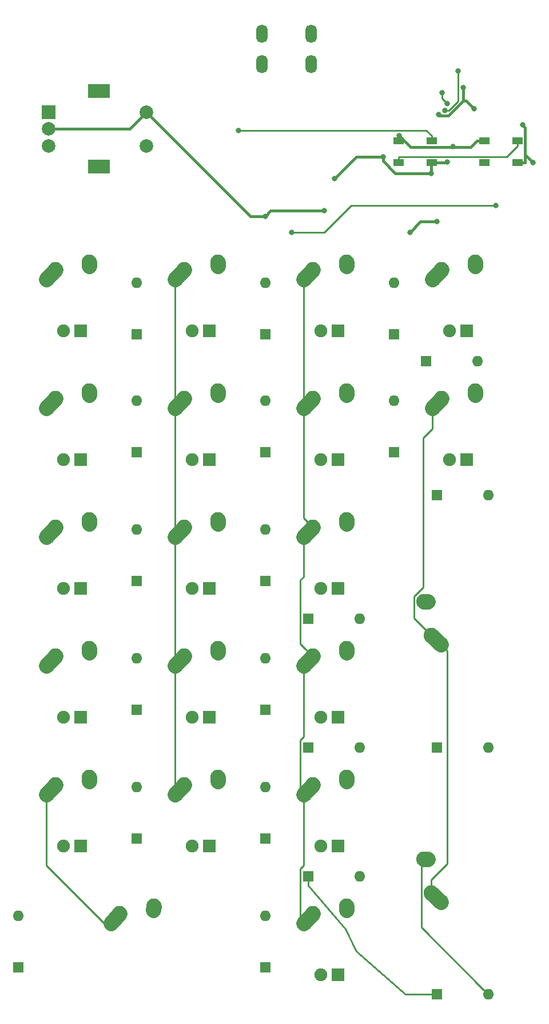
<source format=gtl>
G04 #@! TF.GenerationSoftware,KiCad,Pcbnew,5.1.5-52549c5~84~ubuntu18.04.1*
G04 #@! TF.CreationDate,2020-02-13T16:35:18-05:00*
G04 #@! TF.ProjectId,metropolislefty,6d657472-6f70-46f6-9c69-736c65667479,0*
G04 #@! TF.SameCoordinates,Original*
G04 #@! TF.FileFunction,Copper,L1,Top*
G04 #@! TF.FilePolarity,Positive*
%FSLAX46Y46*%
G04 Gerber Fmt 4.6, Leading zero omitted, Abs format (unit mm)*
G04 Created by KiCad (PCBNEW 5.1.5-52549c5~84~ubuntu18.04.1) date 2020-02-13 16:35:18*
%MOMM*%
%LPD*%
G04 APERTURE LIST*
%ADD10C,2.250000*%
%ADD11C,2.250000*%
%ADD12R,1.500000X1.000000*%
%ADD13O,1.700000X2.700000*%
%ADD14R,2.000000X2.000000*%
%ADD15C,2.000000*%
%ADD16R,3.200000X2.000000*%
%ADD17C,1.905000*%
%ADD18R,1.905000X1.905000*%
%ADD19R,1.600000X1.600000*%
%ADD20O,1.600000X1.600000*%
%ADD21C,0.800000*%
%ADD22C,0.381000*%
%ADD23C,0.254000*%
G04 APERTURE END LIST*
D10*
X71477500Y-168561250D03*
D11*
X70167500Y-170021250D02*
X71477502Y-168561250D01*
D10*
X76517500Y-167481250D03*
D11*
X76477500Y-168061250D02*
X76517500Y-167481250D01*
D10*
X117602500Y-165536250D03*
D11*
X119062500Y-166846250D02*
X117602500Y-165536248D01*
D10*
X116522500Y-160496250D03*
D11*
X117102500Y-160536250D02*
X116522500Y-160496250D01*
D10*
X117602500Y-127436250D03*
D11*
X119062500Y-128746250D02*
X117602500Y-127436248D01*
D10*
X116522500Y-122396250D03*
D11*
X117102500Y-122436250D02*
X116522500Y-122396250D01*
D12*
X125502500Y-54280000D03*
X125502500Y-57480000D03*
X130402500Y-54280000D03*
X130402500Y-57480000D03*
D13*
X92552500Y-38417500D03*
X99852500Y-38417500D03*
X99852500Y-42917500D03*
X92552500Y-42917500D03*
D14*
X60960000Y-50006250D03*
D15*
X60960000Y-52506250D03*
X60960000Y-55006250D03*
D16*
X68460000Y-46906250D03*
X68460000Y-58106250D03*
D15*
X75460000Y-50006250D03*
X75460000Y-55006250D03*
D12*
X112802500Y-54280000D03*
X112802500Y-57480000D03*
X117702500Y-54280000D03*
X117702500Y-57480000D03*
D11*
X124102500Y-91861250D02*
X124142500Y-91281250D01*
D10*
X124142500Y-91281250D03*
D11*
X117792500Y-93821250D02*
X119102502Y-92361250D01*
D10*
X119102500Y-92361250D03*
D17*
X120332500Y-101441250D03*
D18*
X122872500Y-101441250D03*
D11*
X124102500Y-72811250D02*
X124142500Y-72231250D01*
D10*
X124142500Y-72231250D03*
D11*
X117792500Y-74771250D02*
X119102502Y-73311250D01*
D10*
X119102500Y-73311250D03*
D17*
X120332500Y-82391250D03*
D18*
X122872500Y-82391250D03*
D11*
X105052500Y-168061250D02*
X105092500Y-167481250D01*
D10*
X105092500Y-167481250D03*
D11*
X98742500Y-170021250D02*
X100052502Y-168561250D01*
D10*
X100052500Y-168561250D03*
D17*
X101282500Y-177641250D03*
D18*
X103822500Y-177641250D03*
D11*
X105052500Y-149011250D02*
X105092500Y-148431250D01*
D10*
X105092500Y-148431250D03*
D11*
X98742500Y-150971250D02*
X100052502Y-149511250D01*
D10*
X100052500Y-149511250D03*
D17*
X101282500Y-158591250D03*
D18*
X103822500Y-158591250D03*
D11*
X105052500Y-129961250D02*
X105092500Y-129381250D01*
D10*
X105092500Y-129381250D03*
D11*
X98742500Y-131921250D02*
X100052502Y-130461250D01*
D10*
X100052500Y-130461250D03*
D17*
X101282500Y-139541250D03*
D18*
X103822500Y-139541250D03*
D11*
X105052500Y-110911250D02*
X105092500Y-110331250D01*
D10*
X105092500Y-110331250D03*
D11*
X98742500Y-112871250D02*
X100052502Y-111411250D01*
D10*
X100052500Y-111411250D03*
D17*
X101282500Y-120491250D03*
D18*
X103822500Y-120491250D03*
D11*
X105052500Y-91861250D02*
X105092500Y-91281250D01*
D10*
X105092500Y-91281250D03*
D11*
X98742500Y-93821250D02*
X100052502Y-92361250D01*
D10*
X100052500Y-92361250D03*
D17*
X101282500Y-101441250D03*
D18*
X103822500Y-101441250D03*
D11*
X105052500Y-72811250D02*
X105092500Y-72231250D01*
D10*
X105092500Y-72231250D03*
D11*
X98742500Y-74771250D02*
X100052502Y-73311250D01*
D10*
X100052500Y-73311250D03*
D17*
X101282500Y-82391250D03*
D18*
X103822500Y-82391250D03*
D11*
X86002500Y-149011250D02*
X86042500Y-148431250D01*
D10*
X86042500Y-148431250D03*
D11*
X79692500Y-150971250D02*
X81002502Y-149511250D01*
D10*
X81002500Y-149511250D03*
D17*
X82232500Y-158591250D03*
D18*
X84772500Y-158591250D03*
D11*
X86002500Y-129961250D02*
X86042500Y-129381250D01*
D10*
X86042500Y-129381250D03*
D11*
X79692500Y-131921250D02*
X81002502Y-130461250D01*
D10*
X81002500Y-130461250D03*
D17*
X82232500Y-139541250D03*
D18*
X84772500Y-139541250D03*
D11*
X86002500Y-110911250D02*
X86042500Y-110331250D01*
D10*
X86042500Y-110331250D03*
D11*
X79692500Y-112871250D02*
X81002502Y-111411250D01*
D10*
X81002500Y-111411250D03*
D17*
X82232500Y-120491250D03*
D18*
X84772500Y-120491250D03*
D11*
X86002500Y-91861250D02*
X86042500Y-91281250D01*
D10*
X86042500Y-91281250D03*
D11*
X79692500Y-93821250D02*
X81002502Y-92361250D01*
D10*
X81002500Y-92361250D03*
D17*
X82232500Y-101441250D03*
D18*
X84772500Y-101441250D03*
D11*
X86002500Y-72811250D02*
X86042500Y-72231250D01*
D10*
X86042500Y-72231250D03*
D11*
X79692500Y-74771250D02*
X81002502Y-73311250D01*
D10*
X81002500Y-73311250D03*
D17*
X82232500Y-82391250D03*
D18*
X84772500Y-82391250D03*
D11*
X66952500Y-149011250D02*
X66992500Y-148431250D01*
D10*
X66992500Y-148431250D03*
D11*
X60642500Y-150971250D02*
X61952502Y-149511250D01*
D10*
X61952500Y-149511250D03*
D17*
X63182500Y-158591250D03*
D18*
X65722500Y-158591250D03*
D11*
X66952500Y-129961250D02*
X66992500Y-129381250D01*
D10*
X66992500Y-129381250D03*
D11*
X60642500Y-131921250D02*
X61952502Y-130461250D01*
D10*
X61952500Y-130461250D03*
D17*
X63182500Y-139541250D03*
D18*
X65722500Y-139541250D03*
D11*
X66952500Y-110911250D02*
X66992500Y-110331250D01*
D10*
X66992500Y-110331250D03*
D11*
X60642500Y-112871250D02*
X61952502Y-111411250D01*
D10*
X61952500Y-111411250D03*
D17*
X63182500Y-120491250D03*
D18*
X65722500Y-120491250D03*
D11*
X66952500Y-91861250D02*
X66992500Y-91281250D01*
D10*
X66992500Y-91281250D03*
D11*
X60642500Y-93821250D02*
X61952502Y-92361250D01*
D10*
X61952500Y-92361250D03*
D17*
X63182500Y-101441250D03*
D18*
X65722500Y-101441250D03*
D11*
X66952500Y-72811250D02*
X66992500Y-72231250D01*
D10*
X66992500Y-72231250D03*
D11*
X60642500Y-74771250D02*
X61952502Y-73311250D01*
D10*
X61952500Y-73311250D03*
D17*
X63182500Y-82391250D03*
D18*
X65722500Y-82391250D03*
D19*
X118427500Y-180498750D03*
D20*
X126047500Y-180498750D03*
D19*
X118427500Y-143986250D03*
D20*
X126047500Y-143986250D03*
D19*
X118427500Y-106680000D03*
D20*
X126047500Y-106680000D03*
D19*
X116840000Y-86836250D03*
D20*
X124460000Y-86836250D03*
D19*
X93027500Y-176530000D03*
D20*
X93027500Y-168910000D03*
D19*
X99377500Y-163036250D03*
D20*
X106997500Y-163036250D03*
D19*
X99377500Y-143986250D03*
D20*
X106997500Y-143986250D03*
D19*
X99377500Y-124936250D03*
D20*
X106997500Y-124936250D03*
D19*
X112077500Y-100330000D03*
D20*
X112077500Y-92710000D03*
D19*
X112077500Y-82867500D03*
D20*
X112077500Y-75247500D03*
D19*
X93027500Y-157480000D03*
D20*
X93027500Y-149860000D03*
D19*
X93027500Y-138430000D03*
D20*
X93027500Y-130810000D03*
D19*
X93027500Y-119380000D03*
D20*
X93027500Y-111760000D03*
D19*
X93027500Y-100330000D03*
D20*
X93027500Y-92710000D03*
D19*
X93027500Y-82867500D03*
D20*
X93027500Y-75247500D03*
D19*
X56515000Y-176530000D03*
D20*
X56515000Y-168910000D03*
D19*
X73977500Y-157480000D03*
D20*
X73977500Y-149860000D03*
D19*
X73977500Y-138430000D03*
D20*
X73977500Y-130810000D03*
D19*
X73977500Y-119380000D03*
D20*
X73977500Y-111760000D03*
D19*
X73977500Y-100330000D03*
D20*
X73977500Y-92710000D03*
D19*
X73977500Y-82867500D03*
D20*
X73977500Y-75247500D03*
D21*
X103346250Y-59848750D03*
X110490000Y-56673750D03*
X118710250Y-50382963D03*
X123983750Y-49530000D03*
X117633750Y-59055000D03*
X120015000Y-57379999D03*
X101758750Y-64611250D03*
X93027500Y-65405000D03*
X131127500Y-51911250D03*
X132715000Y-57467500D03*
X122396250Y-46355000D03*
X112871250Y-53498750D03*
X118427500Y-66198750D03*
X114458750Y-67786250D03*
X120808750Y-55086250D03*
X119221250Y-47148750D03*
X120015000Y-48768249D03*
X119687999Y-49768252D03*
X121602500Y-43973750D03*
X89058750Y-52705000D03*
X127158750Y-63817500D03*
X96996250Y-67786250D03*
D22*
X103346250Y-59848750D02*
X106521250Y-56673750D01*
X106521250Y-56673750D02*
X110490000Y-56673750D01*
X118886040Y-50558753D02*
X118710250Y-50382963D01*
X120195052Y-50558753D02*
X118886040Y-50558753D01*
X122396250Y-47148750D02*
X122396250Y-48357555D01*
X122396250Y-48357555D02*
X120195052Y-50558753D01*
X122811305Y-48357555D02*
X122396250Y-48357555D01*
X123983750Y-49530000D02*
X122811305Y-48357555D01*
X117633750Y-57548750D02*
X117702500Y-57480000D01*
X117633750Y-59055000D02*
X117633750Y-57548750D01*
X117068065Y-59055000D02*
X117633750Y-59055000D01*
X112305565Y-59055000D02*
X117068065Y-59055000D01*
X110490000Y-57239435D02*
X112305565Y-59055000D01*
X110490000Y-56673750D02*
X110490000Y-57239435D01*
X117702500Y-57480000D02*
X119914999Y-57480000D01*
X119914999Y-57480000D02*
X120015000Y-57379999D01*
X101758750Y-64611250D02*
X93821250Y-64611250D01*
X93821250Y-64611250D02*
X93027500Y-65405000D01*
X131543001Y-52326751D02*
X131127500Y-51911250D01*
X130402500Y-57480000D02*
X131533500Y-57480000D01*
X131533500Y-57480000D02*
X131543001Y-57470499D01*
X131543001Y-56295501D02*
X132715000Y-57467500D01*
X131543001Y-56295501D02*
X131543001Y-52326751D01*
X131543001Y-57470499D02*
X131543001Y-56295501D01*
X122396250Y-47148750D02*
X122396250Y-46355000D01*
X92461815Y-65405000D02*
X93027500Y-65405000D01*
X90858750Y-65405000D02*
X75460000Y-50006250D01*
X93027500Y-65405000D02*
X90858750Y-65405000D01*
X72960000Y-52506250D02*
X75460000Y-50006250D01*
X60960000Y-52506250D02*
X72960000Y-52506250D01*
X112871250Y-54211250D02*
X112802500Y-54280000D01*
X112871250Y-53498750D02*
X112871250Y-54211250D01*
X118427500Y-66198750D02*
X116046250Y-66198750D01*
X116046250Y-66198750D02*
X114458750Y-67786250D01*
X113271249Y-53898749D02*
X112871250Y-53498750D01*
X114543001Y-55170501D02*
X113271249Y-53898749D01*
X123480999Y-55170501D02*
X114543001Y-55170501D01*
X124371500Y-54280000D02*
X123480999Y-55170501D01*
X125502500Y-54280000D02*
X124371500Y-54280000D01*
D23*
X119221250Y-47148750D02*
X119221250Y-47974499D01*
X119221250Y-47974499D02*
X120015000Y-48768249D01*
X121602500Y-48419436D02*
X121602500Y-43973750D01*
X119687999Y-49768252D02*
X120253684Y-49768252D01*
X120253684Y-49768252D02*
X121602500Y-48419436D01*
X60642500Y-161439768D02*
X60642500Y-150971250D01*
X69223982Y-170021250D02*
X60642500Y-161439768D01*
X70167500Y-170021250D02*
X69223982Y-170021250D01*
X79692500Y-150971250D02*
X79692500Y-131921250D01*
X79692500Y-131921250D02*
X79692500Y-112871250D01*
X79692500Y-102087588D02*
X79692500Y-93821250D01*
X79692500Y-112871250D02*
X79692500Y-102087588D01*
X79692500Y-93821250D02*
X79692500Y-74771250D01*
X117373500Y-180498750D02*
X118427500Y-180498750D01*
X113791038Y-180498750D02*
X117373500Y-180498750D01*
X106521250Y-174148750D02*
X113791038Y-180498750D01*
X104933750Y-170881592D02*
X106521250Y-174148750D01*
X99377500Y-163036250D02*
X99377500Y-164439434D01*
X99377500Y-164439434D02*
X104933750Y-170881592D01*
X125247501Y-179698751D02*
X126047500Y-180498750D01*
X116150499Y-170601749D02*
X125247501Y-179698751D01*
X116150499Y-161488251D02*
X116150499Y-170601749D01*
X117102500Y-160536250D02*
X116150499Y-161488251D01*
X112875501Y-56652999D02*
X112802500Y-56726000D01*
X128783501Y-56652999D02*
X112875501Y-56652999D01*
X112802500Y-56726000D02*
X112802500Y-57480000D01*
X130402500Y-55034000D02*
X128783501Y-56652999D01*
X130402500Y-54280000D02*
X130402500Y-55034000D01*
X117702500Y-53526000D02*
X117702500Y-54280000D01*
X116881500Y-52705000D02*
X117702500Y-53526000D01*
X89058750Y-52705000D02*
X116881500Y-52705000D01*
X98742500Y-91051250D02*
X98742500Y-93821250D01*
X98742500Y-74771250D02*
X98742500Y-91051250D01*
X98742500Y-110101250D02*
X100052500Y-111411250D01*
X98742500Y-93821250D02*
X98742500Y-110101250D01*
X98927501Y-129336251D02*
X100052500Y-130461250D01*
X98250499Y-128659249D02*
X98927501Y-129336251D01*
X98250499Y-119237001D02*
X98250499Y-128659249D01*
X98742500Y-118745000D02*
X98250499Y-119237001D01*
X98742500Y-112871250D02*
X98742500Y-118745000D01*
X98250499Y-150479249D02*
X98742500Y-150971250D01*
X98250499Y-142924649D02*
X98250499Y-150479249D01*
X98742500Y-142432648D02*
X98250499Y-142924649D01*
X98742500Y-131921250D02*
X98742500Y-142432648D01*
X98250499Y-169529249D02*
X98742500Y-170021250D01*
X98250499Y-161974649D02*
X98250499Y-169529249D01*
X98742500Y-161482648D02*
X98250499Y-161974649D01*
X98742500Y-150971250D02*
X98742500Y-161482648D01*
X116477501Y-126311251D02*
X117602500Y-127436250D01*
X115070499Y-121699289D02*
X115070499Y-124904249D01*
X116468501Y-120301287D02*
X115070499Y-121699289D01*
X116468501Y-98194211D02*
X116468501Y-120301287D01*
X117792500Y-96870212D02*
X116468501Y-98194211D01*
X115070499Y-124904249D02*
X116477501Y-126311251D01*
X117792500Y-93821250D02*
X117792500Y-96870212D01*
X117602500Y-163945260D02*
X117602500Y-165536250D01*
X117602500Y-163601316D02*
X117602500Y-163945260D01*
X120015000Y-161188816D02*
X117602500Y-163601316D01*
X120015000Y-129698750D02*
X120015000Y-161188816D01*
X119062500Y-128746250D02*
X120015000Y-129698750D01*
X127158750Y-63817500D02*
X105727500Y-63817500D01*
X105727500Y-63817500D02*
X101758750Y-67786250D01*
X101758750Y-67786250D02*
X96996250Y-67786250D01*
M02*

</source>
